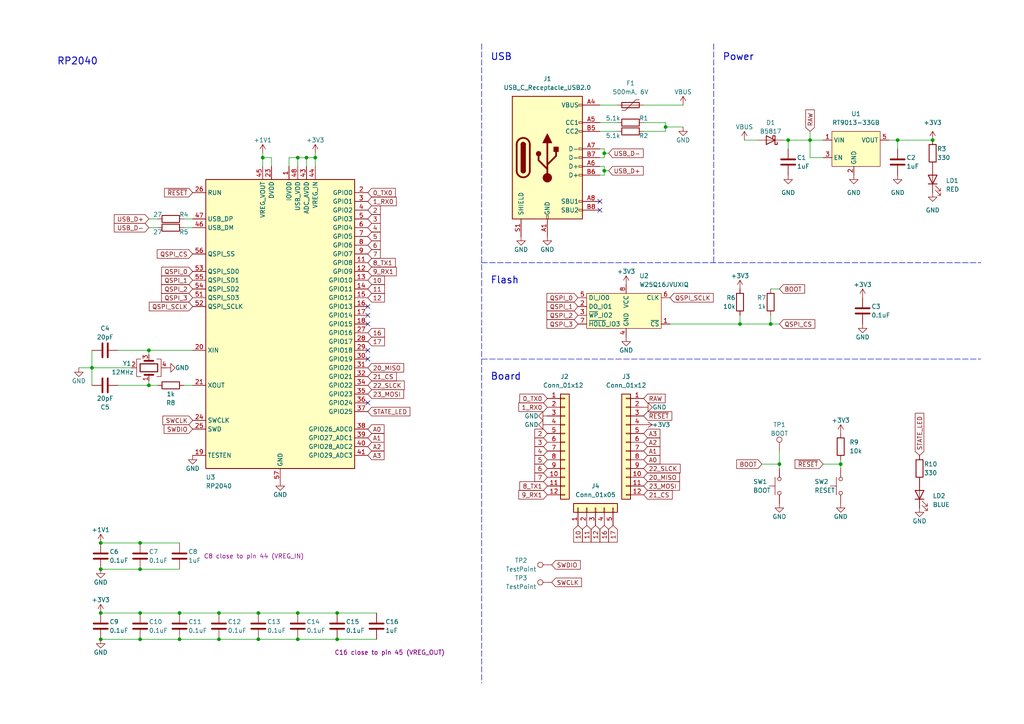
<source format=kicad_sch>
(kicad_sch (version 20211123) (generator eeschema)
  (paper "A4")
  (title_block (title "RP Micro") (date "2022-11-07") (rev "1.0") (comment 1 "CERN Open Hardware Licence Version 2 - Strongly Reciprocal"))
  (lib_symbols
    (symbol "Connector:TestPoint" (pin_numbers hide) (pin_names (offset 0.762) hide)
      (property "Reference" "TP" (at 0 6.858 0))
      (property "Value" "TestPoint" (at 0 5.08 0))
      (symbol "TestPoint_1_1"
        (pin passive line (at 0 0 90) (length 2.54) (name "1") (number "1"))
      )
    )
    (symbol "Connector:USB_C_Receptacle_USB2.0" (pin_names (offset 1.016))
      (property "Reference" "J" (at -10.16 19.05 0))
      (property "Value" "USB_C_Receptacle_USB2.0" (at 19.05 19.05 0))
      (symbol "USB_C_Receptacle_USB2.0_1_1"
        (pin passive line (at 0 -22.86 90) (length 5.08) (name "GND") (number "A1"))
        (pin passive line (at 0 -22.86 90) (length 5.08) hide (name "GND") (number "A12"))
        (pin passive line (at 15.24 15.24 180) (length 5.08) (name "VBUS") (number "A4"))
        (pin bidirectional line (at 15.24 10.16 180) (length 5.08) (name "CC1") (number "A5"))
        (pin bidirectional line (at 15.24 -2.54 180) (length 5.08) (name "D+") (number "A6"))
        (pin bidirectional line (at 15.24 2.54 180) (length 5.08) (name "D-") (number "A7"))
        (pin bidirectional line (at 15.24 -12.7 180) (length 5.08) (name "SBU1") (number "A8"))
        (pin passive line (at 15.24 15.24 180) (length 5.08) hide (name "VBUS") (number "A9"))
        (pin passive line (at 0 -22.86 90) (length 5.08) hide (name "GND") (number "B1"))
        (pin passive line (at 0 -22.86 90) (length 5.08) hide (name "GND") (number "B12"))
        (pin passive line (at 15.24 15.24 180) (length 5.08) hide (name "VBUS") (number "B4"))
        (pin bidirectional line (at 15.24 7.62 180) (length 5.08) (name "CC2") (number "B5"))
        (pin bidirectional line (at 15.24 -5.08 180) (length 5.08) (name "D+") (number "B6"))
        (pin bidirectional line (at 15.24 0 180) (length 5.08) (name "D-") (number "B7"))
        (pin bidirectional line (at 15.24 -15.24 180) (length 5.08) (name "SBU2") (number "B8"))
        (pin passive line (at 15.24 15.24 180) (length 5.08) hide (name "VBUS") (number "B9"))
        (pin passive line (at -7.62 -22.86 90) (length 5.08) (name "SHIELD") (number "S1"))
      )
    )
    (symbol "Connector_Generic:Conn_01x05" (pin_names (offset 1.016) hide)
      (property "Reference" "J" (at 0 7.62 0))
      (property "Value" "Conn_01x05" (at 0 -7.62 0))
      (symbol "Conn_01x05_1_1"
        (pin passive line (at -5.08 5.08 0) (length 3.81) (name "Pin_1") (number "1"))
        (pin passive line (at -5.08 2.54 0) (length 3.81) (name "Pin_2") (number "2"))
        (pin passive line (at -5.08 0 0) (length 3.81) (name "Pin_3") (number "3"))
        (pin passive line (at -5.08 -2.54 0) (length 3.81) (name "Pin_4") (number "4"))
        (pin passive line (at -5.08 -5.08 0) (length 3.81) (name "Pin_5") (number "5"))
      )
    )
    (symbol "Connector_Generic:Conn_01x12" (pin_names (offset 1.016) hide)
      (property "Reference" "J" (at 0 15.24 0))
      (property "Value" "Conn_01x12" (at 0 -17.78 0))
      (symbol "Conn_01x12_1_1"
        (pin passive line (at -5.08 12.7 0) (length 3.81) (name "Pin_1") (number "1"))
        (pin passive line (at -5.08 -10.16 0) (length 3.81) (name "Pin_10") (number "10"))
        (pin passive line (at -5.08 -12.7 0) (length 3.81) (name "Pin_11") (number "11"))
        (pin passive line (at -5.08 -15.24 0) (length 3.81) (name "Pin_12") (number "12"))
        (pin passive line (at -5.08 10.16 0) (length 3.81) (name "Pin_2") (number "2"))
        (pin passive line (at -5.08 7.62 0) (length 3.81) (name "Pin_3") (number "3"))
        (pin passive line (at -5.08 5.08 0) (length 3.81) (name "Pin_4") (number "4"))
        (pin passive line (at -5.08 2.54 0) (length 3.81) (name "Pin_5") (number "5"))
        (pin passive line (at -5.08 0 0) (length 3.81) (name "Pin_6") (number "6"))
        (pin passive line (at -5.08 -2.54 0) (length 3.81) (name "Pin_7") (number "7"))
        (pin passive line (at -5.08 -5.08 0) (length 3.81) (name "Pin_8") (number "8"))
        (pin passive line (at -5.08 -7.62 0) (length 3.81) (name "Pin_9") (number "9"))
      )
    )
    (symbol "Device:C" (pin_numbers hide) (pin_names (offset 0.254))
      (property "Reference" "C" (at 0.635 2.54 0))
      (property "Value" "C" (at 0.635 -2.54 0))
      (symbol "C_1_1"
        (pin passive line (at 0 3.81 270) (length 2.794) (name "~") (number "1"))
        (pin passive line (at 0 -3.81 90) (length 2.794) (name "~") (number "2"))
      )
    )
    (symbol "Device:Crystal_GND24" (pin_names (offset 1.016) hide)
      (property "Reference" "Y" (at 3.175 5.08 0))
      (property "Value" "Crystal_GND24" (at 3.175 3.175 0))
      (symbol "Crystal_GND24_1_1"
        (pin passive line (at -3.81 0 0) (length 1.27) (name "1") (number "1"))
        (pin passive line (at 0 5.08 270) (length 1.27) (name "2") (number "2"))
        (pin passive line (at 3.81 0 180) (length 1.27) (name "3") (number "3"))
        (pin passive line (at 0 -5.08 90) (length 1.27) (name "4") (number "4"))
      )
    )
    (symbol "Device:LED" (pin_numbers hide) (pin_names (offset 1.016) hide)
      (property "Reference" "D" (at 0 2.54 0))
      (property "Value" "LED" (at 0 -2.54 0))
      (symbol "LED_1_1"
        (pin passive line (at -3.81 0 0) (length 2.54) (name "K") (number "1"))
        (pin passive line (at 3.81 0 180) (length 2.54) (name "A") (number "2"))
      )
    )
    (symbol "Device:Polyfuse" (pin_numbers hide) (pin_names (offset 0))
      (property "Reference" "F" (at -2.54 0 90))
      (property "Value" "Polyfuse" (at 2.54 0 90))
      (symbol "Polyfuse_1_1"
        (pin passive line (at 0 3.81 270) (length 1.27) (name "~") (number "1"))
        (pin passive line (at 0 -3.81 90) (length 1.27) (name "~") (number "2"))
      )
    )
    (symbol "Device:R" (pin_numbers hide) (pin_names (offset 0))
      (property "Reference" "R" (at 2.032 0 90))
      (property "Value" "R" (at 0 0 90))
      (symbol "R_1_1"
        (pin passive line (at 0 3.81 270) (length 1.27) (name "~") (number "1"))
        (pin passive line (at 0 -3.81 90) (length 1.27) (name "~") (number "2"))
      )
    )
    (symbol "Diode:1N5819" (pin_numbers hide) (pin_names (offset 1.016) hide)
      (property "Reference" "D" (at 0 2.54 0))
      (property "Value" "1N5819" (at 0 -2.54 0))
      (symbol "1N5819_1_1"
        (pin passive line (at -3.81 0 0) (length 2.54) (name "K") (number "1"))
        (pin passive line (at 3.81 0 180) (length 2.54) (name "A") (number "2"))
      )
    )
    (symbol "MCU_RaspberryPi:RP2040"
      (property "Reference" "U" (at 17.78 45.72 0))
      (property "Value" "RP2040" (at 17.78 43.18 0))
      (symbol "RP2040_1_1"
        (pin power_in line (at 2.54 45.72 270) (length 3.81) (name "IOVDD") (number "1"))
        (pin passive line (at 2.54 45.72 270) (length 3.81) hide (name "IOVDD") (number "10"))
        (pin bidirectional line (at 25.4 17.78 180) (length 3.81) (name "GPIO8") (number "11"))
        (pin bidirectional line (at 25.4 15.24 180) (length 3.81) (name "GPIO9") (number "12"))
        (pin bidirectional line (at 25.4 12.7 180) (length 3.81) (name "GPIO10") (number "13"))
        (pin bidirectional line (at 25.4 10.16 180) (length 3.81) (name "GPIO11") (number "14"))
        (pin bidirectional line (at 25.4 7.62 180) (length 3.81) (name "GPIO12") (number "15"))
        (pin bidirectional line (at 25.4 5.08 180) (length 3.81) (name "GPIO13") (number "16"))
        (pin bidirectional line (at 25.4 2.54 180) (length 3.81) (name "GPIO14") (number "17"))
        (pin bidirectional line (at 25.4 0 180) (length 3.81) (name "GPIO15") (number "18"))
        (pin input line (at -25.4 -38.1 0) (length 3.81) (name "TESTEN") (number "19"))
        (pin bidirectional line (at 25.4 38.1 180) (length 3.81) (name "GPIO0") (number "2"))
        (pin input line (at -25.4 -7.62 0) (length 3.81) (name "XIN") (number "20"))
        (pin passive line (at -25.4 -17.78 0) (length 3.81) (name "XOUT") (number "21"))
        (pin passive line (at 2.54 45.72 270) (length 3.81) hide (name "IOVDD") (number "22"))
        (pin power_in line (at -2.54 45.72 270) (length 3.81) (name "DVDD") (number "23"))
        (pin output line (at -25.4 -27.94 0) (length 3.81) (name "SWCLK") (number "24"))
        (pin bidirectional line (at -25.4 -30.48 0) (length 3.81) (name "SWD") (number "25"))
        (pin input line (at -25.4 38.1 0) (length 3.81) (name "RUN") (number "26"))
        (pin bidirectional line (at 25.4 -2.54 180) (length 3.81) (name "GPIO16") (number "27"))
        (pin bidirectional line (at 25.4 -5.08 180) (length 3.81) (name "GPIO17") (number "28"))
        (pin bidirectional line (at 25.4 -7.62 180) (length 3.81) (name "GPIO18") (number "29"))
        (pin bidirectional line (at 25.4 35.56 180) (length 3.81) (name "GPIO1") (number "3"))
        (pin bidirectional line (at 25.4 -10.16 180) (length 3.81) (name "GPIO19") (number "30"))
        (pin bidirectional line (at 25.4 -12.7 180) (length 3.81) (name "GPIO20") (number "31"))
        (pin bidirectional line (at 25.4 -15.24 180) (length 3.81) (name "GPIO21") (number "32"))
        (pin passive line (at 2.54 45.72 270) (length 3.81) hide (name "IOVDD") (number "33"))
        (pin bidirectional line (at 25.4 -17.78 180) (length 3.81) (name "GPIO22") (number "34"))
        (pin bidirectional line (at 25.4 -20.32 180) (length 3.81) (name "GPIO23") (number "35"))
        (pin bidirectional line (at 25.4 -22.86 180) (length 3.81) (name "GPIO24") (number "36"))
        (pin bidirectional line (at 25.4 -25.4 180) (length 3.81) (name "GPIO25") (number "37"))
        (pin bidirectional line (at 25.4 -30.48 180) (length 3.81) (name "GPIO26_ADC0") (number "38"))
        (pin bidirectional line (at 25.4 -33.02 180) (length 3.81) (name "GPIO27_ADC1") (number "39"))
        (pin bidirectional line (at 25.4 33.02 180) (length 3.81) (name "GPIO2") (number "4"))
        (pin bidirectional line (at 25.4 -35.56 180) (length 3.81) (name "GPIO28_ADC2") (number "40"))
        (pin bidirectional line (at 25.4 -38.1 180) (length 3.81) (name "GPIO29_ADC3") (number "41"))
        (pin passive line (at 2.54 45.72 270) (length 3.81) hide (name "IOVDD") (number "42"))
        (pin power_in line (at 7.62 45.72 270) (length 3.81) (name "ADC_AVDD") (number "43"))
        (pin power_in line (at 10.16 45.72 270) (length 3.81) (name "VREG_IN") (number "44"))
        (pin power_out line (at -5.08 45.72 270) (length 3.81) (name "VREG_VOUT") (number "45"))
        (pin bidirectional line (at -25.4 27.94 0) (length 3.81) (name "USB_DM") (number "46"))
        (pin bidirectional line (at -25.4 30.48 0) (length 3.81) (name "USB_DP") (number "47"))
        (pin power_in line (at 5.08 45.72 270) (length 3.81) (name "USB_VDD") (number "48"))
        (pin passive line (at 2.54 45.72 270) (length 3.81) hide (name "IOVDD") (number "49"))
        (pin bidirectional line (at 25.4 30.48 180) (length 3.81) (name "GPIO3") (number "5"))
        (pin passive line (at -2.54 45.72 270) (length 3.81) hide (name "DVDD") (number "50"))
        (pin bidirectional line (at -25.4 7.62 0) (length 3.81) (name "QSPI_SD3") (number "51"))
        (pin output line (at -25.4 5.08 0) (length 3.81) (name "QSPI_SCLK") (number "52"))
        (pin bidirectional line (at -25.4 15.24 0) (length 3.81) (name "QSPI_SD0") (number "53"))
        (pin bidirectional line (at -25.4 10.16 0) (length 3.81) (name "QSPI_SD2") (number "54"))
        (pin bidirectional line (at -25.4 12.7 0) (length 3.81) (name "QSPI_SD1") (number "55"))
        (pin bidirectional line (at -25.4 20.32 0) (length 3.81) (name "QSPI_SS") (number "56"))
        (pin power_in line (at 0 -45.72 90) (length 3.81) (name "GND") (number "57"))
        (pin bidirectional line (at 25.4 27.94 180) (length 3.81) (name "GPIO4") (number "6"))
        (pin bidirectional line (at 25.4 25.4 180) (length 3.81) (name "GPIO5") (number "7"))
        (pin bidirectional line (at 25.4 22.86 180) (length 3.81) (name "GPIO6") (number "8"))
        (pin bidirectional line (at 25.4 20.32 180) (length 3.81) (name "GPIO7") (number "9"))
      )
    )
    (symbol "SW_Push_1" (pin_numbers hide) (pin_names (offset 1.016) hide)
      (property "Reference" "SW1" (at -7.62 1.27 90))
      (property "Value" "BOOT" (at -7.62 -1.27 90))
      (symbol "SW_Push_1_0_1"
        (pin passive line (at -5.08 0 0) (length 2.54) (name "1") (number "1"))
        (pin passive line (at 5.08 0 180) (length 2.54) (name "2") (number "2"))
      )
    )
    (symbol "Switch:SW_Push" (pin_numbers hide) (pin_names (offset 1.016) hide)
      (property "Reference" "SW2" (at -8.89 1.27 90))
      (property "Value" "RESET" (at -8.89 -1.27 90))
      (symbol "SW_Push_0_1"
        (pin passive line (at -5.08 0 0) (length 2.54) (name "1") (number "1"))
        (pin passive line (at 5.08 0 180) (length 2.54) (name "2") (number "2"))
      )
    )
    (symbol "power:+1V1" (power) (pin_names (offset 0))
      (property "Value" "+1V1" (at 0 3.556 0))
      (symbol "+1V1_1_1"
        (pin power_in line (at 0 0 90) (length 0) hide (name "+1V1") (number "1"))
      )
    )
    (symbol "power:+3V3" (power) (pin_names (offset 0))
      (property "Value" "+3V3" (at 0 3.556 0))
      (symbol "+3V3_1_1"
        (pin power_in line (at 0 0 90) (length 0) hide (name "+3V3") (number "1"))
      )
    )
    (symbol "power:GND" (power) (pin_names (offset 0))
      (property "Value" "GND" (at 0 -3.81 0))
      (symbol "GND_1_1"
        (pin power_in line (at 0 0 270) (length 0) hide (name "GND") (number "1"))
      )
    )
    (symbol "power:VBUS" (power) (pin_names (offset 0))
      (property "Value" "VBUS" (at 0 3.81 0))
      (symbol "VBUS_1_1"
        (pin power_in line (at 0 0 90) (length 0) hide (name "VBUS") (number "1"))
      )
    )
    (symbol "rp-micro:RT9013-33GB"
      (property "Reference" "U?" (at 0 8.89 0))
      (property "Value" "RT9013-33GB" (at 0 6.35 0))
      (symbol "RT9013-33GB_1_1"
        (pin power_in line (at -8.89 2.54 0) (length 2.54) (name "VIN") (number "1"))
        (pin power_in line (at 0 -7.62 90) (length 2.54) (name "GND") (number "2"))
        (pin input line (at -8.89 -2.54 0) (length 2.54) (name "EN") (number "3"))
        (pin power_out line (at 10.16 2.54 180) (length 2.54) (name "VOUT") (number "5"))
      )
    )
    (symbol "rp-micro:W25Q16JVUXIQ"
      (property "Reference" "U" (at 5.08 10.16 0))
      (property "Value" "W25Q16JVUXIQ" (at 11.43 7.62 0))
      (symbol "W25Q16JVUXIQ_1_1"
        (pin input line (at 12.7 -3.81 180) (length 2.54) (name "~{CS}") (number "1"))
        (pin input line (at -13.97 1.27 0) (length 2.54) (name "DO_IO1") (number "2"))
        (pin input line (at -13.97 -1.27 0) (length 2.54) (name "~{WP}_IO2") (number "3"))
        (pin input line (at 0 -7.62 90) (length 2.54) (name "GND") (number "4"))
        (pin input line (at -13.97 3.81 0) (length 2.54) (name "DI_IO0") (number "5"))
        (pin input line (at 12.7 3.81 180) (length 2.54) (name "CLK") (number "6"))
        (pin input line (at -13.97 -3.81 0) (length 2.54) (name "~{HOLD}_IO3") (number "7"))
        (pin input line (at 0 7.62 270) (length 2.54) (name "VCC") (number "8"))
      )
    )
  )
  (junction (at 63.5 177.8))
  (junction (at 175.26 49.53))
  (junction (at 43.18 111.76))
  (junction (at 63.5 185.42))
  (junction (at 214.63 93.98))
  (junction (at 29.21 157.48))
  (junction (at 74.93 177.8))
  (junction (at 260.35 40.64))
  (junction (at 86.36 177.8))
  (junction (at 40.64 177.8))
  (junction (at 226.06 134.62))
  (junction (at 86.36 45.72))
  (junction (at 52.07 177.8))
  (junction (at 270.51 40.64))
  (junction (at 74.93 185.42))
  (junction (at 97.79 185.42))
  (junction (at 193.04 36.83))
  (junction (at 43.18 101.6))
  (junction (at 88.9 45.72))
  (junction (at 52.07 185.42))
  (junction (at 175.26 44.45))
  (junction (at 26.67 106.68))
  (junction (at 228.6 40.64))
  (junction (at 29.21 165.1))
  (junction (at 29.21 177.8))
  (junction (at 40.64 157.48))
  (junction (at 40.64 165.1))
  (junction (at 234.95 40.64))
  (junction (at 76.2 45.72))
  (junction (at 97.79 177.8))
  (junction (at 29.21 185.42))
  (junction (at 243.84 134.62))
  (junction (at 91.44 45.72))
  (junction (at 86.36 185.42))
  (junction (at 40.64 185.42))
  (junction (at 223.52 93.98))
  (no_connect (at 106.68 104.14))
  (no_connect (at 106.68 116.84))
  (no_connect (at 106.68 93.98))
  (no_connect (at 106.68 88.9))
  (no_connect (at 106.68 91.44))
  (no_connect (at 106.68 101.6))
  (no_connect (at 173.99 60.96))
  (no_connect (at 173.99 58.42))
  (wire (pts (xy 215.9 40.64) (xy 219.71 40.64)))
  (wire (pts (xy 175.26 43.18) (xy 175.26 44.45)))
  (wire (pts (xy 52.07 177.8) (xy 63.5 177.8)))
  (wire (pts (xy 43.18 63.5) (xy 45.72 63.5)))
  (wire (pts (xy 193.04 36.83) (xy 198.12 36.83)))
  (wire (pts (xy 40.64 177.8) (xy 52.07 177.8)))
  (wire (pts (xy 97.79 177.8) (xy 109.22 177.8)))
  (polyline (pts (xy 139.7 104.14) (xy 284.48 104.14)))
  (wire (pts (xy 29.21 157.48) (xy 40.64 157.48)))
  (wire (pts (xy 260.35 40.64) (xy 260.35 43.18)))
  (wire (pts (xy 223.52 91.44) (xy 223.52 93.98)))
  (wire (pts (xy 29.21 165.1) (xy 40.64 165.1)))
  (wire (pts (xy 26.67 106.68) (xy 26.67 111.76)))
  (wire (pts (xy 83.82 45.72) (xy 83.82 48.26)))
  (wire (pts (xy 193.04 35.56) (xy 186.69 35.56)))
  (wire (pts (xy 97.79 185.42) (xy 109.22 185.42)))
  (wire (pts (xy 76.2 45.72) (xy 76.2 48.26)))
  (wire (pts (xy 63.5 185.42) (xy 74.93 185.42)))
  (wire (pts (xy 175.26 44.45) (xy 176.53 44.45)))
  (wire (pts (xy 91.44 44.45) (xy 91.44 45.72)))
  (wire (pts (xy 40.64 165.1) (xy 52.07 165.1)))
  (wire (pts (xy 53.34 63.5) (xy 55.88 63.5)))
  (wire (pts (xy 86.36 177.8) (xy 97.79 177.8)))
  (wire (pts (xy 228.6 40.64) (xy 234.95 40.64)))
  (wire (pts (xy 175.26 49.53) (xy 176.53 49.53)))
  (polyline (pts (xy 139.7 76.2) (xy 284.48 76.2)))
  (wire (pts (xy 193.04 36.83) (xy 193.04 38.1)))
  (wire (pts (xy 74.93 185.42) (xy 86.36 185.42)))
  (wire (pts (xy 83.82 45.72) (xy 86.36 45.72)))
  (wire (pts (xy 91.44 45.72) (xy 88.9 45.72)))
  (wire (pts (xy 29.21 177.8) (xy 40.64 177.8)))
  (wire (pts (xy 43.18 111.76) (xy 45.72 111.76)))
  (wire (pts (xy 26.67 106.68) (xy 38.1 106.68)))
  (wire (pts (xy 34.29 111.76) (xy 43.18 111.76)))
  (wire (pts (xy 223.52 93.98) (xy 214.63 93.98)))
  (wire (pts (xy 175.26 48.26) (xy 175.26 49.53)))
  (wire (pts (xy 257.81 40.64) (xy 260.35 40.64)))
  (wire (pts (xy 86.36 45.72) (xy 88.9 45.72)))
  (wire (pts (xy 234.95 40.64) (xy 238.76 40.64)))
  (wire (pts (xy 43.18 110.49) (xy 43.18 111.76)))
  (wire (pts (xy 243.84 134.62) (xy 243.84 133.35)))
  (wire (pts (xy 226.06 83.82) (xy 223.52 83.82)))
  (wire (pts (xy 52.07 185.42) (xy 63.5 185.42)))
  (wire (pts (xy 40.64 157.48) (xy 52.07 157.48)))
  (wire (pts (xy 243.84 135.89) (xy 243.84 134.62)))
  (wire (pts (xy 29.21 185.42) (xy 40.64 185.42)))
  (wire (pts (xy 74.93 177.8) (xy 86.36 177.8)))
  (wire (pts (xy 88.9 45.72) (xy 88.9 48.26)))
  (wire (pts (xy 228.6 40.64) (xy 228.6 43.18)))
  (wire (pts (xy 53.34 111.76) (xy 55.88 111.76)))
  (wire (pts (xy 220.98 134.62) (xy 226.06 134.62)))
  (wire (pts (xy 173.99 48.26) (xy 175.26 48.26)))
  (wire (pts (xy 173.99 38.1) (xy 179.07 38.1)))
  (wire (pts (xy 193.04 35.56) (xy 193.04 36.83)))
  (wire (pts (xy 238.76 134.62) (xy 243.84 134.62)))
  (wire (pts (xy 175.26 44.45) (xy 175.26 45.72)))
  (wire (pts (xy 40.64 185.42) (xy 52.07 185.42)))
  (wire (pts (xy 194.31 93.98) (xy 214.63 93.98)))
  (wire (pts (xy 91.44 48.26) (xy 91.44 45.72)))
  (wire (pts (xy 22.86 106.68) (xy 26.67 106.68)))
  (wire (pts (xy 227.33 40.64) (xy 228.6 40.64)))
  (wire (pts (xy 43.18 66.04) (xy 45.72 66.04)))
  (wire (pts (xy 78.74 45.72) (xy 78.74 48.26)))
  (wire (pts (xy 76.2 44.45) (xy 76.2 45.72)))
  (wire (pts (xy 179.07 35.56) (xy 173.99 35.56)))
  (wire (pts (xy 76.2 45.72) (xy 78.74 45.72)))
  (wire (pts (xy 226.06 93.98) (xy 223.52 93.98)))
  (wire (pts (xy 43.18 101.6) (xy 55.88 101.6)))
  (wire (pts (xy 86.36 185.42) (xy 97.79 185.42)))
  (wire (pts (xy 260.35 40.64) (xy 270.51 40.64)))
  (wire (pts (xy 53.34 66.04) (xy 55.88 66.04)))
  (wire (pts (xy 26.67 101.6) (xy 26.67 106.68)))
  (wire (pts (xy 214.63 91.44) (xy 214.63 93.98)))
  (wire (pts (xy 175.26 45.72) (xy 173.99 45.72)))
  (wire (pts (xy 198.12 30.48) (xy 186.69 30.48)))
  (wire (pts (xy 179.07 30.48) (xy 173.99 30.48)))
  (wire (pts (xy 175.26 49.53) (xy 175.26 50.8)))
  (wire (pts (xy 173.99 50.8) (xy 175.26 50.8)))
  (wire (pts (xy 173.99 43.18) (xy 175.26 43.18)))
  (wire (pts (xy 63.5 177.8) (xy 74.93 177.8)))
  (wire (pts (xy 226.06 134.62) (xy 226.06 135.89)))
  (polyline (pts (xy 207.01 12.7) (xy 207.01 76.2)))
  (wire (pts (xy 234.95 38.1) (xy 234.95 40.64)))
  (wire (pts (xy 234.95 45.72) (xy 234.95 40.64)))
  (wire (pts (xy 238.76 45.72) (xy 234.95 45.72)))
  (wire (pts (xy 43.18 101.6) (xy 43.18 102.87)))
  (wire (pts (xy 193.04 38.1) (xy 186.69 38.1)))
  (polyline (pts (xy 139.7 12.7) (xy 139.7 198.12)))
  (wire (pts (xy 34.29 101.6) (xy 43.18 101.6)))
  (wire (pts (xy 226.06 130.81) (xy 226.06 134.62)))
  (wire (pts (xy 86.36 45.72) (xy 86.36 48.26)))
  (text "Flash" (at 142.24 82.55 0) (effects (font (size 2 2) (thickness 0.254) bold) (justify left bottom)))
  (text "Power" (at 209.55 17.78 0) (effects (font (size 2 2) (thickness 0.254) bold) (justify left bottom)))
  (text "RP2040" (at 16.51 19.05 0) (effects (font (size 2 2) (thickness 0.254) bold) (justify left bottom)))
  (text "USB" (at 142.24 17.78 0) (effects (font (size 2 2) (thickness 0.254) bold) (justify left bottom)))
  (text "Board" (at 142.24 110.49 0) (effects (font (size 2 2) (thickness 0.254) bold) (justify left bottom)))
  (global_label "QSPI_2" (shape input) (at 167.64 91.44 180) (property "Intersheet References" "${INTERSHEET_REFS}" (effects hide)))
  (global_label "QSPI_3" (shape input) (at 55.88 86.36 180) (property "Intersheet References" "${INTERSHEET_REFS}" (effects hide)))
  (global_label "9_RX1" (shape input) (at 106.68 78.74 0) (property "Intersheet References" "${INTERSHEET_REFS}" (effects hide)))
  (global_label "1_RX0" (shape input) (at 158.75 118.11 180) (property "Intersheet References" "${INTERSHEET_REFS}" (effects hide)))
  (global_label "1_RX0" (shape input) (at 106.68 58.42 0) (property "Intersheet References" "${INTERSHEET_REFS}" (effects hide)))
  (global_label "20_MISO" (shape input) (at 106.68 106.68 0) (property "Intersheet References" "${INTERSHEET_REFS}" (effects hide)))
  (global_label "STATE_LED" (shape input) (at 266.7 132.08 90) (property "Intersheet References" "${INTERSHEET_REFS}" (effects hide)))
  (global_label "QSPI_1" (shape input) (at 167.64 88.9 180) (property "Intersheet References" "${INTERSHEET_REFS}" (effects hide)))
  (global_label "A3" (shape input) (at 186.69 125.73 0) (property "Intersheet References" "${INTERSHEET_REFS}" (effects hide)))
  (global_label "2" (shape input) (at 158.75 125.73 180) (property "Intersheet References" "${INTERSHEET_REFS}" (effects hide)))
  (global_label "21_CS" (shape input) (at 186.69 143.51 0) (property "Intersheet References" "${INTERSHEET_REFS}" (effects hide)))
  (global_label "4" (shape input) (at 106.68 66.04 0) (property "Intersheet References" "${INTERSHEET_REFS}" (effects hide)))
  (global_label "21_CS" (shape input) (at 106.68 109.22 0) (property "Intersheet References" "${INTERSHEET_REFS}" (effects hide)))
  (global_label "QSPI_2" (shape input) (at 55.88 83.82 180) (property "Intersheet References" "${INTERSHEET_REFS}" (effects hide)))
  (global_label "A2" (shape input) (at 186.69 128.27 0) (property "Intersheet References" "${INTERSHEET_REFS}" (effects hide)))
  (global_label "3" (shape input) (at 158.75 128.27 180) (property "Intersheet References" "${INTERSHEET_REFS}" (effects hide)))
  (global_label "~{RESET}" (shape input) (at 238.76 134.62 180) (property "Intersheet References" "${INTERSHEET_REFS}" (effects hide)))
  (global_label "8_TX1" (shape input) (at 158.75 140.97 180) (property "Intersheet References" "${INTERSHEET_REFS}" (effects hide)))
  (global_label "0_TX0" (shape input) (at 106.68 55.88 0) (property "Intersheet References" "${INTERSHEET_REFS}" (effects hide)))
  (global_label "23_MOSI" (shape input) (at 106.68 114.3 0) (property "Intersheet References" "${INTERSHEET_REFS}" (effects hide)))
  (global_label "22_SLCK" (shape input) (at 106.68 111.76 0) (property "Intersheet References" "${INTERSHEET_REFS}" (effects hide)))
  (global_label "7" (shape input) (at 106.68 73.66 0) (property "Intersheet References" "${INTERSHEET_REFS}" (effects hide)))
  (global_label "12" (shape input) (at 106.68 86.36 0) (property "Intersheet References" "${INTERSHEET_REFS}" (effects hide)))
  (global_label "11" (shape input) (at 106.68 83.82 0) (property "Intersheet References" "${INTERSHEET_REFS}" (effects hide)))
  (global_label "3" (shape input) (at 106.68 63.5 0) (property "Intersheet References" "${INTERSHEET_REFS}" (effects hide)))
  (global_label "SWCLK" (shape input) (at 55.88 121.92 180) (property "Intersheet References" "${INTERSHEET_REFS}" (effects hide)))
  (global_label "7" (shape input) (at 158.75 138.43 180) (property "Intersheet References" "${INTERSHEET_REFS}" (effects hide)))
  (global_label "17" (shape input) (at 106.68 99.06 0) (property "Intersheet References" "${INTERSHEET_REFS}" (effects hide)))
  (global_label "USB_D+" (shape input) (at 43.18 63.5 180) (property "Intersheet References" "${INTERSHEET_REFS}" (effects hide)))
  (global_label "QSPI_CS" (shape input) (at 55.88 73.66 180) (property "Intersheet References" "${INTERSHEET_REFS}" (effects hide)))
  (global_label "16" (shape input) (at 106.68 96.52 0) (property "Intersheet References" "${INTERSHEET_REFS}" (effects hide)))
  (global_label "5" (shape input) (at 158.75 133.35 180) (property "Intersheet References" "${INTERSHEET_REFS}" (effects hide)))
  (global_label "A2" (shape input) (at 106.68 129.54 0) (property "Intersheet References" "${INTERSHEET_REFS}" (effects hide)))
  (global_label "QSPI_SCLK" (shape input) (at 55.88 88.9 180) (property "Intersheet References" "${INTERSHEET_REFS}" (effects hide)))
  (global_label "17" (shape input) (at 177.8 152.4 270) (property "Intersheet References" "${INTERSHEET_REFS}" (effects hide)))
  (global_label "A0" (shape input) (at 186.69 133.35 0) (property "Intersheet References" "${INTERSHEET_REFS}" (effects hide)))
  (global_label "11" (shape input) (at 170.18 152.4 270) (property "Intersheet References" "${INTERSHEET_REFS}" (effects hide)))
  (global_label "QSPI_3" (shape input) (at 167.64 93.98 180) (property "Intersheet References" "${INTERSHEET_REFS}" (effects hide)))
  (global_label "8_TX1" (shape input) (at 106.68 76.2 0) (property "Intersheet References" "${INTERSHEET_REFS}" (effects hide)))
  (global_label "4" (shape input) (at 158.75 130.81 180) (property "Intersheet References" "${INTERSHEET_REFS}" (effects hide)))
  (global_label "~{RESET}" (shape input) (at 186.69 120.65 0) (property "Intersheet References" "${INTERSHEET_REFS}" (effects hide)))
  (global_label "BOOT" (shape input) (at 220.98 134.62 180) (property "Intersheet References" "${INTERSHEET_REFS}" (effects hide)))
  (global_label "16" (shape input) (at 175.26 152.4 270) (property "Intersheet References" "${INTERSHEET_REFS}" (effects hide)))
  (global_label "23_MOSI" (shape input) (at 186.69 140.97 0) (property "Intersheet References" "${INTERSHEET_REFS}" (effects hide)))
  (global_label "RAW" (shape input) (at 234.95 38.1 90) (property "Intersheet References" "${INTERSHEET_REFS}" (effects hide)))
  (global_label "A1" (shape input) (at 106.68 127 0) (property "Intersheet References" "${INTERSHEET_REFS}" (effects hide)))
  (global_label "10" (shape input) (at 167.64 152.4 270) (property "Intersheet References" "${INTERSHEET_REFS}" (effects hide)))
  (global_label "20_MISO" (shape input) (at 186.69 138.43 0) (property "Intersheet References" "${INTERSHEET_REFS}" (effects hide)))
  (global_label "USB_D-" (shape input) (at 176.53 44.45 0) (property "Intersheet References" "${INTERSHEET_REFS}" (effects hide)))
  (global_label "A1" (shape input) (at 186.69 130.81 0) (property "Intersheet References" "${INTERSHEET_REFS}" (effects hide)))
  (global_label "12" (shape input) (at 172.72 152.4 270) (property "Intersheet References" "${INTERSHEET_REFS}" (effects hide)))
  (global_label "STATE_LED" (shape input) (at 106.68 119.38 0) (property "Intersheet References" "${INTERSHEET_REFS}" (effects hide)))
  (global_label "SWCLK" (shape input) (at 160.02 168.91 0) (property "Intersheet References" "${INTERSHEET_REFS}" (effects hide)))
  (global_label "BOOT" (shape input) (at 226.06 83.82 0) (property "Intersheet References" "${INTERSHEET_REFS}" (effects hide)))
  (global_label "QSPI_1" (shape input) (at 55.88 81.28 180) (property "Intersheet References" "${INTERSHEET_REFS}" (effects hide)))
  (global_label "10" (shape input) (at 106.68 81.28 0) (property "Intersheet References" "${INTERSHEET_REFS}" (effects hide)))
  (global_label "0_TX0" (shape input) (at 158.75 115.57 180) (property "Intersheet References" "${INTERSHEET_REFS}" (effects hide)))
  (global_label "9_RX1" (shape input) (at 158.75 143.51 180) (property "Intersheet References" "${INTERSHEET_REFS}" (effects hide)))
  (global_label "QSPI_0" (shape input) (at 167.64 86.36 180) (property "Intersheet References" "${INTERSHEET_REFS}" (effects hide)))
  (global_label "22_SLCK" (shape input) (at 186.69 135.89 0) (property "Intersheet References" "${INTERSHEET_REFS}" (effects hide)))
  (global_label "USB_D-" (shape input) (at 43.18 66.04 180) (property "Intersheet References" "${INTERSHEET_REFS}" (effects hide)))
  (global_label "SWDIO" (shape input) (at 160.02 163.83 0) (property "Intersheet References" "${INTERSHEET_REFS}" (effects hide)))
  (global_label "6" (shape input) (at 106.68 71.12 0) (property "Intersheet References" "${INTERSHEET_REFS}" (effects hide)))
  (global_label "6" (shape input) (at 158.75 135.89 180) (property "Intersheet References" "${INTERSHEET_REFS}" (effects hide)))
  (global_label "SWDIO" (shape input) (at 55.88 124.46 180) (property "Intersheet References" "${INTERSHEET_REFS}" (effects hide)))
  (global_label "A3" (shape input) (at 106.68 132.08 0) (property "Intersheet References" "${INTERSHEET_REFS}" (effects hide)))
  (global_label "USB_D+" (shape input) (at 176.53 49.53 0) (property "Intersheet References" "${INTERSHEET_REFS}" (effects hide)))
  (global_label "QSPI_0" (shape input) (at 55.88 78.74 180) (property "Intersheet References" "${INTERSHEET_REFS}" (effects hide)))
  (global_label "QSPI_CS" (shape input) (at 226.06 93.98 0) (property "Intersheet References" "${INTERSHEET_REFS}" (effects hide)))
  (global_label "~{RESET}" (shape input) (at 55.88 55.88 180) (property "Intersheet References" "${INTERSHEET_REFS}" (effects hide)))
  (global_label "5" (shape input) (at 106.68 68.58 0) (property "Intersheet References" "${INTERSHEET_REFS}" (effects hide)))
  (global_label "RAW" (shape input) (at 186.69 115.57 0) (property "Intersheet References" "${INTERSHEET_REFS}" (effects hide)))
  (global_label "2" (shape input) (at 106.68 60.96 0) (property "Intersheet References" "${INTERSHEET_REFS}" (effects hide)))
  (global_label "A0" (shape input) (at 106.68 124.46 0) (property "Intersheet References" "${INTERSHEET_REFS}" (effects hide)))
  (global_label "QSPI_SCLK" (shape input) (at 194.31 86.36 0) (property "Intersheet References" "${INTERSHEET_REFS}" (effects hide)))
  (symbol (lib_id "Device:R") (at 243.84 129.54 0) (unit 1)
    (property "Reference" "R9" (at 246.38 128.2699 0) (effects (justify left)))
    (property "Value" "10k" (at 246.38 130.8099 0) (effects (justify left)))
    (property "Footprint" "Resistor_SMD:R_0402_1005Metric" (effects hide))
    (property "MFR. Part #" "0402WGF1002TCE " (effects hide))
    (property "JLCPCB Part #" "C25744" (effects hide))
  )
  (symbol (lib_id "Device:Polyfuse") (at 182.88 30.48 90) (unit 1)
    (property "Reference" "F1" (at 182.88 24.13 90))
    (property "Value" "500mA, 6V" (at 182.88 26.67 90))
    (property "Footprint" "Fuse:Fuse_0805_2012Metric" (effects hide))
    (property "MFR. Part #" "SMD0805B050TF" (effects hide))
    (property "JLCPCB Part #" "C269104" (effects hide))
  )
  (symbol (lib_id "Connector_Generic:Conn_01x05") (at 172.72 147.32 90) (unit 1) (in_bom no)
    (property "Reference" "J4" (at 172.72 140.97 90))
    (property "Value" "Conn_01x05" (at 172.72 143.51 90))
    (property "Footprint" "Connector_PinHeader_2.54mm:PinHeader_1x05_P2.54mm_Vertical" (effects hide))
  )
  (symbol (lib_id "Device:R") (at 223.52 87.63 0) (unit 1)
    (property "Reference" "R7" (at 222.25 86.36 0) (effects (justify right)))
    (property "Value" "1k" (at 222.25 88.9 0) (effects (justify right)))
    (property "Footprint" "Resistor_SMD:R_0402_1005Metric" (effects hide))
    (property "MFR. Part #" "0402WGF1001TCE " (effects hide))
    (property "JLCPCB Part #" "C11702" (effects hide))
  )
  (symbol (lib_id "Device:C") (at 109.22 181.61 0) (unit 1)
    (property "Reference" "C16" (at 111.76 180.34 0) (effects (justify left)))
    (property "Value" "1uF" (at 111.76 182.88 0) (effects (justify left)))
    (property "Footprint" "Capacitor_SMD:C_0402_1005Metric" (effects hide))
    (property "JLCPCB Part #" "C52923" (effects hide))
    (property "MFR. Part #" "CL05A105KA5NQNC" (effects hide))
    (property "Note" "${REFERENCE} close to pin 45 (VREG_OUT)" (at 113.03 189.23 0))
  )
  (symbol (lib_id "Connector:TestPoint") (at 226.06 130.81 0) (unit 1) (in_bom no)
    (property "Reference" "TP1" (at 226.06 123.19 0))
    (property "Value" "BOOT" (at 226.06 125.73 0))
    (property "Footprint" "TestPoint:TestPoint_Pad_D2.0mm" (effects hide))
  )
  (symbol (lib_id "Device:C") (at 97.79 181.61 0) (unit 1)
    (property "Reference" "C15" (at 100.33 180.34 0) (effects (justify left)))
    (property "Value" "0.1uF" (at 100.33 182.88 0) (effects (justify left)))
    (property "Footprint" "Capacitor_SMD:C_0402_1005Metric" (effects hide))
    (property "JLCPCB Part #" "C307331" (effects hide))
    (property "MFR. Part #" "CL05B104KB54PNC " (effects hide))
  )
  (symbol (lib_id "power:GND") (at 158.75 120.65 270) (unit 1)
    (property "Reference" "#PWR021" (effects hide))
    (property "Value" "GND" (at 156.21 120.65 90) (effects (justify right)))
  )
  (symbol (lib_id "power:GND") (at 243.84 146.05 0) (unit 1)
    (property "Reference" "#PWR028" (effects hide))
    (property "Value" "GND" (at 243.84 149.86 0))
  )
  (symbol (lib_id "power:GND") (at 29.21 165.1 0) (unit 1)
    (property "Reference" "#PWR032" (effects hide))
    (property "Value" "GND" (at 29.21 168.91 0))
  )
  (symbol (lib_id "power:+3V3") (at 181.61 82.55 0) (unit 1)
    (property "Reference" "#PWR013" (effects hide))
    (property "Value" "+3V3" (at 181.61 78.74 0))
  )
  (symbol (lib_id "power:GND") (at 158.75 68.58 0) (unit 1)
    (property "Reference" "#PWR012" (effects hide))
    (property "Value" "GND" (at 158.75 72.39 0))
  )
  (symbol (lib_id "power:GND") (at 186.69 118.11 90) (unit 1)
    (property "Reference" "#PWR020" (effects hide))
    (property "Value" "GND" (at 189.23 118.11 90) (effects (justify right)))
  )
  (symbol (lib_id "Device:C") (at 74.93 181.61 0) (unit 1)
    (property "Reference" "C13" (at 77.47 180.34 0) (effects (justify left)))
    (property "Value" "0.1uF" (at 77.47 182.88 0) (effects (justify left)))
    (property "Footprint" "Capacitor_SMD:C_0402_1005Metric" (effects hide))
    (property "JLCPCB Part #" "C307331" (effects hide))
    (property "MFR. Part #" "CL05B104KB54PNC " (effects hide))
  )
  (symbol (lib_id "Device:C") (at 86.36 181.61 0) (unit 1)
    (property "Reference" "C14" (at 88.9 180.34 0) (effects (justify left)))
    (property "Value" "0.1uF" (at 88.9 182.88 0) (effects (justify left)))
    (property "Footprint" "Capacitor_SMD:C_0402_1005Metric" (effects hide))
    (property "JLCPCB Part #" "C307331" (effects hide))
    (property "MFR. Part #" "CL05B104KB54PNC " (effects hide))
  )
  (symbol (lib_id "Device:Crystal_GND24") (at 43.18 106.68 90) (unit 1)
    (property "Reference" "Y1" (at 36.83 105.41 90))
    (property "Value" "12MHz" (at 35.56 107.95 90))
    (property "Footprint" "Crystal:Crystal_SMD_3225-4Pin_3.2x2.5mm" (effects hide))
    (property "MFR. Part #" "X322512MSB4SI" (effects hide))
    (property "JLCPCB Part #" "C9002" (effects hide))
  )
  (symbol (lib_id "power:+3V3") (at 29.21 177.8 0) (unit 1)
    (property "Reference" "#PWR033" (effects hide))
    (property "Value" "+3V3" (at 29.21 173.99 0))
  )
  (symbol (lib_id "power:GND") (at 226.06 146.05 0) (unit 1)
    (property "Reference" "#PWR027" (effects hide))
    (property "Value" "GND" (at 226.06 149.86 0))
  )
  (symbol (lib_id "power:GND") (at 81.28 139.7 0) (unit 1)
    (property "Reference" "#PWR026" (effects hide))
    (property "Value" "GND" (at 81.28 143.51 0))
  )
  (symbol (lib_id "power:GND") (at 228.6 50.8 0) (unit 1)
    (property "Reference" "#PWR07" (effects hide))
    (property "Value" "GND" (at 228.6 55.88 0))
  )
  (symbol (lib_id "Device:C") (at 29.21 161.29 0) (unit 1)
    (property "Reference" "C6" (at 31.75 160.02 0) (effects (justify left)))
    (property "Value" "0.1uF" (at 31.75 162.56 0) (effects (justify left)))
    (property "Footprint" "Capacitor_SMD:C_0402_1005Metric" (effects hide))
    (property "JLCPCB Part #" "C307331" (effects hide))
    (property "MFR. Part #" "CL05B104KB54PNC " (effects hide))
  )
  (symbol (lib_id "MCU_RaspberryPi:RP2040") (at 81.28 93.98 0) (unit 1)
    (property "Reference" "U3" (at 59.69 138.43 0) (effects (justify left)))
    (property "Value" "RP2040" (at 59.69 140.97 0) (effects (justify left)))
    (property "Footprint" "Package_DFN_QFN:QFN-56-1EP_7x7mm_P0.4mm_EP3.2x3.2mm" (effects hide))
    (property "Datasheet" "https://datasheets.raspberrypi.com/rp2040/rp2040-datasheet.pdf" (effects hide))
    (property "MFR. Part #" "RP2040" (effects hide))
    (property "JLCPCB Part #" "C2040" (effects hide))
  )
  (symbol (lib_id "Device:C") (at 30.48 111.76 90) (unit 1)
    (property "Reference" "C5" (at 30.48 118.11 90))
    (property "Value" "20pF" (at 30.48 115.57 90))
    (property "Footprint" "Capacitor_SMD:C_0402_1005Metric" (effects hide))
    (property "JLCPCB Part #" "C1554" (effects hide))
    (property "MFR. Part #" "0402CG200J500NT" (effects hide))
  )
  (symbol (lib_id "Device:LED") (at 270.51 52.07 90) (unit 1)
    (property "Reference" "LD1" (at 274.32 52.3874 90) (effects (justify right)))
    (property "Value" "RED" (at 274.32 54.9274 90) (effects (justify right)))
    (property "Footprint" "LED_SMD:LED_0603_1608Metric" (effects hide))
    (property "MFR. Part #" "KT-0603R" (effects hide))
    (property "JLCPCB Part #" "C2286" (effects hide))
  )
  (symbol (lib_id "Diode:1N5819") (at 223.52 40.64 180) (unit 1)
    (property "Reference" "D1" (at 223.52 35.56 0))
    (property "Value" "B5817" (at 223.52 38.1 0))
    (property "Footprint" "Diode_SMD:D_SOD-323" (effects hide))
    (property "Datasheet" "http://www.vishay.com/docs/88525/1n5817.pdf" (effects hide))
    (property "MFR. Part #" "B5817WS" (effects hide))
    (property "JLCPCB Part #" "C123899" (effects hide))
  )
  (symbol (lib_id "power:GND") (at 260.35 50.8 0) (unit 1)
    (property "Reference" "#PWR09" (effects hide))
    (property "Value" "GND" (at 260.35 55.88 0))
  )
  (symbol (lib_id "Device:C") (at 228.6 46.99 0) (unit 1)
    (property "Reference" "C1" (at 231.14 45.72 0) (effects (justify left)))
    (property "Value" "1uF" (at 231.14 48.26 0) (effects (justify left)))
    (property "Footprint" "Capacitor_SMD:C_0402_1005Metric" (effects hide))
    (property "JLCPCB Part #" "C52923" (effects hide))
    (property "MFR. Part #" "CL05A105KA5NQNC" (effects hide))
  )
  (symbol (lib_id "power:GND") (at 158.75 123.19 270) (unit 1)
    (property "Reference" "#PWR022" (effects hide))
    (property "Value" "GND" (at 156.21 123.19 90) (effects (justify right)))
  )
  (symbol (lib_id "Device:LED") (at 266.7 143.51 90) (unit 1)
    (property "Reference" "LD2" (at 270.51 143.8274 90) (effects (justify right)))
    (property "Value" "BLUE" (at 270.51 146.3674 90) (effects (justify right)))
    (property "Footprint" "LED_SMD:LED_0603_1608Metric" (effects hide))
    (property "MFR. Part #" "19-217/BHC-ZL1M2RY/3T" (effects hide))
    (property "JLCPCB Part #" "C72041" (effects hide))
  )
  (symbol (lib_id "Device:C") (at 40.64 161.29 0) (unit 1)
    (property "Reference" "C7" (at 43.18 160.02 0) (effects (justify left)))
    (property "Value" "0.1uF" (at 43.18 162.56 0) (effects (justify left)))
    (property "Footprint" "Capacitor_SMD:C_0402_1005Metric" (effects hide))
    (property "JLCPCB Part #" "C307331" (effects hide))
    (property "MFR. Part #" "CL05B104KB54PNC " (effects hide))
  )
  (symbol (lib_id "power:GND") (at 181.61 97.79 0) (unit 1)
    (property "Reference" "#PWR017" (effects hide))
    (property "Value" "GND" (at 181.61 101.6 0))
  )
  (symbol (lib_id "Device:R") (at 182.88 38.1 90) (unit 1)
    (property "Reference" "R2" (at 186.69 39.37 90))
    (property "Value" "5.1k" (at 177.8 39.37 90))
    (property "Footprint" "Resistor_SMD:R_0402_1005Metric" (effects hide))
    (property "JLCPCB Part #" "C25905" (effects hide))
    (property "MFR. Part #" "0402WGF5101TCE" (effects hide))
  )
  (symbol (lib_id "Device:C") (at 30.48 101.6 90) (unit 1)
    (property "Reference" "C4" (at 30.48 95.25 90))
    (property "Value" "20pF" (at 30.48 97.79 90))
    (property "Footprint" "Capacitor_SMD:C_0402_1005Metric" (effects hide))
    (property "JLCPCB Part #" "C1554" (effects hide))
    (property "MFR. Part #" "0402CG200J500NT" (effects hide))
  )
  (symbol (lib_id "Device:C") (at 29.21 181.61 0) (unit 1)
    (property "Reference" "C9" (at 31.75 180.34 0) (effects (justify left)))
    (property "Value" "0.1uF" (at 31.75 182.88 0) (effects (justify left)))
    (property "Footprint" "Capacitor_SMD:C_0402_1005Metric" (effects hide))
    (property "JLCPCB Part #" "C307331" (effects hide))
    (property "MFR. Part #" "CL05B104KB54PNC " (effects hide))
  )
  (symbol (lib_id "Device:C") (at 260.35 46.99 0) (unit 1)
    (property "Reference" "C2" (at 262.89 45.72 0) (effects (justify left)))
    (property "Value" "1uF" (at 262.89 48.26 0) (effects (justify left)))
    (property "Footprint" "Capacitor_SMD:C_0402_1005Metric" (effects hide))
    (property "JLCPCB Part #" "C52923" (effects hide))
    (property "MFR. Part #" "CL05A105KA5NQNC" (effects hide))
  )
  (symbol (lib_id "Device:R") (at 266.7 135.89 0) (unit 1)
    (property "Reference" "R10" (at 267.97 134.62 0) (effects (justify left)))
    (property "Value" "330" (at 267.97 137.16 0) (effects (justify left)))
    (property "Footprint" "Resistor_SMD:R_0402_1005Metric" (effects hide))
    (property "JLCPCB Part #" "C25104" (effects hide))
    (property "MFR. Part #" "0402WGF3300TCE " (effects hide))
  )
  (symbol (lib_id "Device:C") (at 52.07 181.61 0) (unit 1)
    (property "Reference" "C11" (at 54.61 180.34 0) (effects (justify left)))
    (property "Value" "0.1uF" (at 54.61 182.88 0) (effects (justify left)))
    (property "Footprint" "Capacitor_SMD:C_0402_1005Metric" (effects hide))
    (property "JLCPCB Part #" "C307331" (effects hide))
    (property "MFR. Part #" "CL05B104KB54PNC " (effects hide))
  )
  (symbol (lib_id "power:GND") (at 250.19 93.98 0) (unit 1)
    (property "Reference" "#PWR016" (effects hide))
    (property "Value" "GND" (at 250.19 97.79 0))
  )
  (symbol (lib_id "power:+3V3") (at 91.44 44.45 0) (unit 1)
    (property "Reference" "#PWR06" (effects hide))
    (property "Value" "+3V3" (at 91.44 40.64 0))
  )
  (symbol (lib_id "power:+3V3") (at 270.51 40.64 0) (unit 1)
    (property "Reference" "#PWR04" (effects hide))
    (property "Value" "+3V3" (at 270.51 35.56 0))
  )
  (symbol (lib_id "power:GND") (at 151.13 68.58 0) (unit 1)
    (property "Reference" "#PWR011" (effects hide))
    (property "Value" "GND" (at 151.13 72.39 0))
  )
  (symbol (lib_id "Connector_Generic:Conn_01x12") (at 163.83 128.27 0) (unit 1) (in_bom no)
    (property "Reference" "J2" (at 162.56 109.22 0) (effects (justify left)))
    (property "Value" "Conn_01x12" (at 157.48 111.76 0) (effects (justify left)))
    (property "Footprint" "Connector_PinHeader_2.54mm:PinHeader_1x12_P2.54mm_Vertical" (effects hide))
  )
  (symbol (lib_id "power:VBUS") (at 215.9 40.64 0) (unit 1)
    (property "Reference" "#PWR03" (effects hide))
    (property "Value" "VBUS" (at 215.9 36.83 0))
  )
  (symbol (lib_id "Device:R") (at 270.51 44.45 0) (unit 1)
    (property "Reference" "R3" (at 271.78 43.18 0) (effects (justify left)))
    (property "Value" "330" (at 271.78 45.72 0) (effects (justify left)))
    (property "Footprint" "Resistor_SMD:R_0402_1005Metric" (effects hide))
    (property "JLCPCB Part #" "C25104" (effects hide))
    (property "MFR. Part #" "0402WGF3300TCE " (effects hide))
  )
  (symbol (lib_id "Switch:SW_Push") (at 243.84 140.97 90) (unit 1)
    (property "Reference" "SW2" (at 236.22 139.7 90) (effects (justify right)))
    (property "Value" "RESET" (at 236.22 142.24 90) (effects (justify right)))
    (property "Footprint" "Button_Switch_SMD:SW_SPST_B3U-1000P" (effects hide))
    (property "MFR. Part #" "B3U-1000P" (effects hide))
    (property "JLCPCB Part #" "C231329" (effects hide))
  )
  (symbol (lib_id "Device:R") (at 182.88 35.56 90) (unit 1)
    (property "Reference" "R1" (at 186.69 34.29 90))
    (property "Value" "5.1k" (at 177.8 34.29 90))
    (property "Footprint" "Resistor_SMD:R_0402_1005Metric" (effects hide))
    (property "JLCPCB Part #" "C25905" (effects hide))
    (property "MFR. Part #" "0402WGF5101TCE" (effects hide))
  )
  (symbol (lib_id "power:GND") (at 266.7 147.32 0) (unit 1)
    (property "Reference" "#PWR029" (effects hide))
    (property "Value" "GND" (at 266.7 151.13 0))
  )
  (symbol (lib_id "power:+1V1") (at 29.21 157.48 0) (unit 1)
    (property "Reference" "#PWR030" (effects hide))
    (property "Value" "+1V1" (at 29.21 153.67 0))
  )
  (symbol (lib_id "Device:R") (at 49.53 66.04 90) (unit 1)
    (property "Reference" "R5" (at 53.34 67.31 90))
    (property "Value" "27" (at 45.72 67.31 90))
    (property "Footprint" "Resistor_SMD:R_0402_1005Metric" (effects hide))
    (property "JLCPCB Part #" "C25100" (effects hide))
    (property "MFR. Part #" "0402WGF270JTCE" (effects hide))
  )
  (symbol (lib_id "Connector:TestPoint") (at 160.02 168.91 90) (unit 1) (in_bom no)
    (property "Reference" "TP3" (at 151.13 167.64 90))
    (property "Value" "TestPoint" (at 151.13 170.18 90))
    (property "Footprint" "TestPoint:TestPoint_Pad_D1.0mm" (effects hide))
  )
  (symbol (lib_id "power:+1V1") (at 76.2 44.45 0) (unit 1)
    (property "Reference" "#PWR05" (effects hide))
    (property "Value" "+1V1" (at 76.2 40.64 0))
  )
  (symbol (lib_id "Connector:USB_C_Receptacle_USB2.0") (at 158.75 45.72 0) (unit 1)
    (property "Reference" "J1" (at 158.75 22.86 0))
    (property "Value" "USB_C_Receptacle_USB2.0" (at 158.75 25.4 0))
    (property "Footprint" "rp-micro:USB_C_Receptacle_TYPE-C-31-M-12" (effects hide))
    (property "Datasheet" "https://www.usb.org/sites/default/files/documents/usb_type-c.zip" (effects hide))
    (property "JLCPCB Part #" "C165948" (effects hide))
    (property "MFR. Part #" "TYPE-C-31-M-12" (effects hide))
  )
  (symbol (lib_id "rp-micro:RT9013-33GB") (at 247.65 43.18 0) (unit 1)
    (property "Reference" "U1" (at 248.285 33.02 0))
    (property "Value" "RT9013-33GB" (at 248.285 35.56 0))
    (property "Footprint" "Package_TO_SOT_SMD:SOT-23-5" (effects hide))
    (property "MFR. Part #" "RT9013-33GB" (effects hide))
    (property "JLCPCB Part #" "C47773" (effects hide))
  )
  (symbol (lib_id "power:GND") (at 247.65 50.8 0) (unit 1)
    (property "Reference" "#PWR08" (effects hide))
    (property "Value" "GND" (at 247.65 55.88 0))
  )
  (symbol (lib_id "Connector:TestPoint") (at 160.02 163.83 90) (unit 1) (in_bom no)
    (property "Reference" "TP2" (at 151.13 162.56 90))
    (property "Value" "TestPoint" (at 151.13 165.1 90))
    (property "Footprint" "TestPoint:TestPoint_Pad_D1.0mm" (effects hide))
  )
  (symbol (lib_id "power:+3V3") (at 250.19 86.36 0) (unit 1)
    (property "Reference" "#PWR015" (effects hide))
    (property "Value" "+3V3" (at 250.19 82.55 0))
  )
  (symbol (lib_id "power:GND") (at 48.26 106.68 90) (unit 1)
    (property "Reference" "#PWR019" (effects hide))
    (property "Value" "GND" (at 50.8 106.68 90) (effects (justify right)))
  )
  (symbol (lib_id "Device:C") (at 250.19 90.17 0) (unit 1)
    (property "Reference" "C3" (at 252.73 88.9 0) (effects (justify left)))
    (property "Value" "0.1uF" (at 252.73 91.44 0) (effects (justify left)))
    (property "Footprint" "Capacitor_SMD:C_0402_1005Metric" (effects hide))
    (property "JLCPCB Part #" "C307331" (effects hide))
    (property "MFR. Part #" "CL05B104KB54PNC " (effects hide))
  )
  (symbol (lib_name "SW_Push_1") (lib_id "Switch:SW_Push") (at 226.06 140.97 90) (unit 1)
    (property "Reference" "SW1" (at 218.44 139.7 90) (effects (justify right)))
    (property "Value" "BOOT" (at 218.44 142.24 90) (effects (justify right)))
    (property "Footprint" "Button_Switch_SMD:SW_SPST_B3U-1000P" (effects hide))
    (property "MFR. Part #" "B3U-1000P" (effects hide))
    (property "JLCPCB Part #" "C231329" (effects hide))
  )
  (symbol (lib_id "power:GND") (at 55.88 132.08 0) (unit 1)
    (property "Reference" "#PWR025" (effects hide))
    (property "Value" "GND" (at 55.88 135.89 0))
  )
  (symbol (lib_id "Device:C") (at 52.07 161.29 0) (unit 1)
    (property "Reference" "C8" (at 54.61 160.02 0) (effects (justify left)))
    (property "Value" "1uF" (at 54.61 162.56 0) (effects (justify left)))
    (property "Footprint" "Capacitor_SMD:C_0402_1005Metric" (effects hide))
    (property "JLCPCB Part #" "C52923" (effects hide))
    (property "MFR. Part #" "CL05A105KA5NQNC" (effects hide))
    (property "Note" "${REFERENCE} close to pin 44 (VREG_IN)" (at 73.66 161.29 0))
  )
  (symbol (lib_id "power:GND") (at 29.21 185.42 0) (unit 1)
    (property "Reference" "#PWR034" (effects hide))
    (property "Value" "GND" (at 29.21 189.23 0))
  )
  (symbol (lib_id "power:GND") (at 22.86 106.68 0) (unit 1)
    (property "Reference" "#PWR018" (effects hide))
    (property "Value" "GND" (at 22.86 110.49 0))
  )
  (symbol (lib_id "Device:C") (at 40.64 181.61 0) (unit 1)
    (property "Reference" "C10" (at 43.18 180.34 0) (effects (justify left)))
    (property "Value" "0.1uF" (at 43.18 182.88 0) (effects (justify left)))
    (property "Footprint" "Capacitor_SMD:C_0402_1005Metric" (effects hide))
    (property "JLCPCB Part #" "C307331" (effects hide))
    (property "MFR. Part #" "CL05B104KB54PNC " (effects hide))
  )
  (symbol (lib_id "rp-micro:W25Q16JVUXIQ") (at 181.61 90.17 0) (unit 1)
    (property "Reference" "U2" (at 185.42 80.01 0) (effects (justify left)))
    (property "Value" "W25Q16JVUXIQ" (at 185.42 82.55 0) (effects (justify left)))
    (property "Footprint" "rp-micro:USON-8 (2x3mm)" (effects hide))
    (property "MFR. Part #" "W25Q16JVUXIQ" (effects hide))
    (property "JLCPCB Part #" "C2843335" (effects hide))
  )
  (symbol (lib_id "power:+3V3") (at 186.69 123.19 270) (unit 1)
    (property "Reference" "#PWR023" (effects hide))
    (property "Value" "+3V3" (at 191.77 123.19 90))
  )
  (symbol (lib_id "Connector_Generic:Conn_01x12") (at 181.61 128.27 0) (mirror y) (unit 1) (in_bom no)
    (property "Reference" "J3" (at 181.61 109.22 0))
    (property "Value" "Conn_01x12" (at 181.61 111.76 0))
    (property "Footprint" "Connector_PinHeader_2.54mm:PinHeader_1x12_P2.54mm_Vertical" (effects hide))
  )
  (symbol (lib_id "power:VBUS") (at 198.12 30.48 0) (unit 1)
    (property "Reference" "#PWR01" (effects hide))
    (property "Value" "VBUS" (at 198.12 26.67 0))
  )
  (symbol (lib_id "Device:R") (at 49.53 111.76 90) (unit 1)
    (property "Reference" "R8" (at 49.53 116.84 90))
    (property "Value" "1k" (at 49.53 114.3 90))
    (property "Footprint" "Resistor_SMD:R_0402_1005Metric" (effects hide))
    (property "MFR. Part #" "0402WGF1001TCE " (effects hide))
    (property "JLCPCB Part #" "C11702" (effects hide))
  )
  (symbol (lib_id "power:+3V3") (at 214.63 83.82 0) (mirror y) (unit 1)
    (property "Reference" "#PWR014" (effects hide))
    (property "Value" "+3V3" (at 214.63 80.01 0))
  )
  (symbol (lib_id "power:GND") (at 198.12 36.83 0) (unit 1)
    (property "Reference" "#PWR02" (effects hide))
    (property "Value" "GND" (at 198.12 40.64 0))
  )
  (symbol (lib_id "Device:C") (at 63.5 181.61 0) (unit 1)
    (property "Reference" "C12" (at 66.04 180.34 0) (effects (justify left)))
    (property "Value" "0.1uF" (at 66.04 182.88 0) (effects (justify left)))
    (property "Footprint" "Capacitor_SMD:C_0402_1005Metric" (effects hide))
    (property "JLCPCB Part #" "C307331" (effects hide))
    (property "MFR. Part #" "CL05B104KB54PNC " (effects hide))
  )
  (symbol (lib_id "power:+3V3") (at 243.84 125.73 0) (unit 1)
    (property "Reference" "#PWR024" (effects hide))
    (property "Value" "+3V3" (at 243.84 121.92 0))
  )
  (symbol (lib_id "Device:R") (at 49.53 63.5 90) (unit 1)
    (property "Reference" "R4" (at 53.34 62.23 90))
    (property "Value" "27" (at 45.72 62.23 90))
    (property "Footprint" "Resistor_SMD:R_0402_1005Metric" (effects hide))
    (property "JLCPCB Part #" "C25100" (effects hide))
    (property "MFR. Part #" "0402WGF270JTCE" (effects hide))
  )
  (symbol (lib_id "power:GND") (at 270.51 55.88 0) (unit 1)
    (property "Reference" "#PWR010" (effects hide))
    (property "Value" "GND" (at 270.51 60.96 0))
  )
  (symbol (lib_id "Device:R") (at 214.63 87.63 0) (unit 1)
    (property "Reference" "R6" (at 213.36 86.36 0) (effects (justify right)))
    (property "Value" "10k" (at 213.36 88.9 0) (effects (justify right)))
    (property "Footprint" "Resistor_SMD:R_0402_1005Metric" (effects hide))
    (property "MFR. Part #" "0402WGF1002TCE " (effects hide))
    (property "JLCPCB Part #" "C25744" (effects hide))
  )
)
</source>
